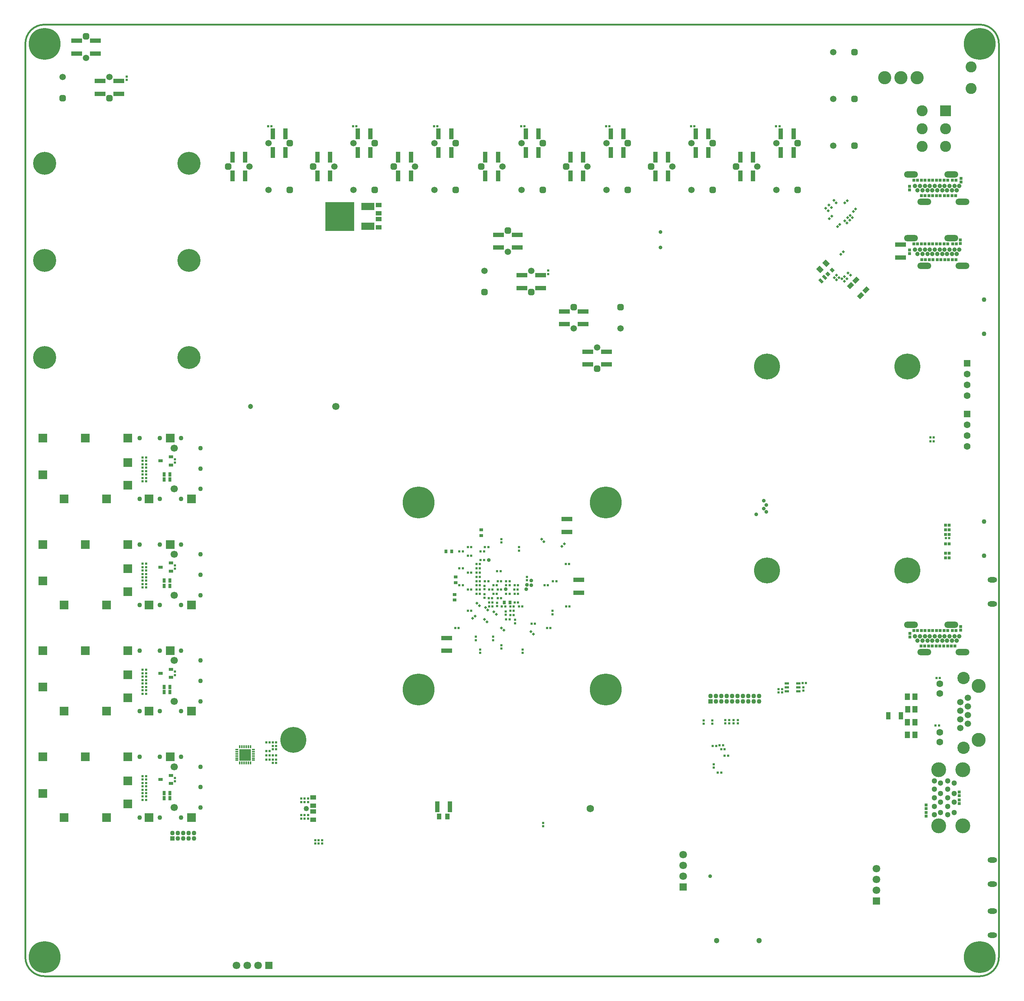
<source format=gbs>
G04*
G04 #@! TF.GenerationSoftware,Altium Limited,Altium Designer,22.10.1 (41)*
G04*
G04 Layer_Color=16711935*
%FSAX44Y44*%
%MOMM*%
G71*
G04*
G04 #@! TF.SameCoordinates,5DDCA6B8-CE55-411C-979C-A3AAA62AB61D*
G04*
G04*
G04 #@! TF.FilePolarity,Negative*
G04*
G01*
G75*
%ADD34R,1.1000X1.1000*%
%ADD125C,0.4500*%
%ADD126R,0.4800X0.5800*%
%ADD134R,0.5800X0.4800*%
%ADD135R,0.7000X0.6500*%
%ADD136R,0.6500X0.7000*%
%ADD138R,1.1000X1.3500*%
%ADD139R,2.6000X1.1000*%
%ADD181R,1.1000X0.6000*%
%ADD189R,1.0500X0.7500*%
%ADD191R,1.3500X1.1000*%
%ADD192R,1.1000X2.6000*%
G04:AMPARAMS|DCode=198|XSize=0.58mm|YSize=0.48mm|CornerRadius=0mm|HoleSize=0mm|Usage=FLASHONLY|Rotation=45.000|XOffset=0mm|YOffset=0mm|HoleType=Round|Shape=Rectangle|*
%AMROTATEDRECTD198*
4,1,4,-0.0354,-0.3748,-0.3748,-0.0354,0.0354,0.3748,0.3748,0.0354,-0.0354,-0.3748,0.0*
%
%ADD198ROTATEDRECTD198*%

G04:AMPARAMS|DCode=199|XSize=0.58mm|YSize=0.48mm|CornerRadius=0mm|HoleSize=0mm|Usage=FLASHONLY|Rotation=135.000|XOffset=0mm|YOffset=0mm|HoleType=Round|Shape=Rectangle|*
%AMROTATEDRECTD199*
4,1,4,0.3748,-0.0354,0.0354,-0.3748,-0.3748,0.0354,-0.0354,0.3748,0.3748,-0.0354,0.0*
%
%ADD199ROTATEDRECTD199*%

%ADD202R,0.9000X0.7300*%
%ADD203R,0.7300X0.9000*%
%ADD209C,0.9000*%
%ADD211C,2.6000*%
%ADD212C,3.1000*%
%ADD213C,1.1000*%
%ADD214O,2.2500X1.3000*%
%ADD215R,0.1000X0.1000*%
%ADD216C,1.5000*%
G04:AMPARAMS|DCode=217|XSize=1.5mm|YSize=1.5mm|CornerRadius=0.4mm|HoleSize=0mm|Usage=FLASHONLY|Rotation=270.000|XOffset=0mm|YOffset=0mm|HoleType=Round|Shape=RoundedRectangle|*
%AMROUNDEDRECTD217*
21,1,1.5000,0.7000,0,0,270.0*
21,1,0.7000,1.5000,0,0,270.0*
1,1,0.8000,-0.3500,-0.3500*
1,1,0.8000,-0.3500,0.3500*
1,1,0.8000,0.3500,0.3500*
1,1,0.8000,0.3500,-0.3500*
%
%ADD217ROUNDEDRECTD217*%
%ADD218C,6.1000*%
%ADD219C,1.7500*%
%ADD220C,1.2500*%
%ADD221C,1.7000*%
%ADD222C,1.2000*%
%ADD223C,1.6000*%
%ADD224C,3.3000*%
%ADD225C,2.9000*%
%ADD226C,1.3000*%
%ADD227C,3.5000*%
%ADD228R,1.8000X1.8000*%
%ADD229C,1.8000*%
%ADD230R,2.6000X2.6000*%
%ADD231R,2.1000X2.1000*%
%ADD232C,7.5000*%
%ADD233C,5.4000*%
%ADD234R,1.6000X1.6000*%
%ADD235O,3.3000X1.5000*%
%ADD236R,0.1000X0.1000*%
%ADD237C,1.0500*%
G04:AMPARAMS|DCode=238|XSize=1.5mm|YSize=1.5mm|CornerRadius=0.4mm|HoleSize=0mm|Usage=FLASHONLY|Rotation=0.000|XOffset=0mm|YOffset=0mm|HoleType=Round|Shape=RoundedRectangle|*
%AMROUNDEDRECTD238*
21,1,1.5000,0.7000,0,0,0.0*
21,1,0.7000,1.5000,0,0,0.0*
1,1,0.8000,0.3500,-0.3500*
1,1,0.8000,-0.3500,-0.3500*
1,1,0.8000,-0.3500,0.3500*
1,1,0.8000,0.3500,0.3500*
%
%ADD238ROUNDEDRECTD238*%
%ADD239R,1.8000X1.8000*%
%ADD304R,1.1000X1.7000*%
G04:AMPARAMS|DCode=305|XSize=1.01mm|YSize=1.32mm|CornerRadius=0mm|HoleSize=0mm|Usage=FLASHONLY|Rotation=315.000|XOffset=0mm|YOffset=0mm|HoleType=Round|Shape=Rectangle|*
%AMROTATEDRECTD305*
4,1,4,-0.8238,-0.1096,0.1096,0.8238,0.8238,0.1096,-0.1096,-0.8238,-0.8238,-0.1096,0.0*
%
%ADD305ROTATEDRECTD305*%

G04:AMPARAMS|DCode=306|XSize=0.65mm|YSize=1.1mm|CornerRadius=0mm|HoleSize=0mm|Usage=FLASHONLY|Rotation=225.000|XOffset=0mm|YOffset=0mm|HoleType=Round|Shape=Rectangle|*
%AMROTATEDRECTD306*
4,1,4,-0.1591,0.6187,0.6187,-0.1591,0.1591,-0.6187,-0.6187,0.1591,-0.1591,0.6187,0.0*
%
%ADD306ROTATEDRECTD306*%

%ADD307R,0.7500X1.0000*%
%ADD308R,1.2000X1.5000*%
%ADD309R,0.3500X0.7000*%
%ADD310R,0.7000X0.3500*%
%ADD311R,2.8000X2.8000*%
%ADD312R,6.8000X6.8000*%
%ADD313R,3.1000X1.7000*%
G04:AMPARAMS|DCode=314|XSize=0.9mm|YSize=0.73mm|CornerRadius=0mm|HoleSize=0mm|Usage=FLASHONLY|Rotation=315.000|XOffset=0mm|YOffset=0mm|HoleType=Round|Shape=Rectangle|*
%AMROTATEDRECTD314*
4,1,4,-0.5763,0.0601,-0.0601,0.5763,0.5763,-0.0601,0.0601,-0.5763,-0.5763,0.0601,0.0*
%
%ADD314ROTATEDRECTD314*%

G04:AMPARAMS|DCode=315|XSize=1.1mm|YSize=1.35mm|CornerRadius=0mm|HoleSize=0mm|Usage=FLASHONLY|Rotation=225.000|XOffset=0mm|YOffset=0mm|HoleType=Round|Shape=Rectangle|*
%AMROTATEDRECTD315*
4,1,4,-0.0884,0.8662,0.8662,-0.0884,0.0884,-0.8662,-0.8662,0.0884,-0.0884,0.8662,0.0*
%
%ADD315ROTATEDRECTD315*%

D34*
X01616850Y00651650D02*
D03*
X00350900Y00329300D02*
D03*
D125*
X02250001Y00004997D02*
G03*
X02294996Y00049992I00000000J00044995D01*
G01*
X00005002Y00050003D02*
G03*
X00005005Y00050000I00000003J00000000D01*
G01*
X00005004Y01349739D02*
G03*
X00005005Y01349739I00000001J00000001D01*
G01*
X02294995Y02200000D02*
G03*
X02250000Y02244996I-00044995J00000000D01*
G01*
X00050000D02*
G03*
X00005005Y02200000I00000000J-00044995D01*
G01*
Y00050000D02*
G03*
X00050000Y00005005I00044995J00000000D01*
G01*
X00050000Y00005000D02*
X02249997D01*
X00005004Y00219739D02*
X00005005Y02200000D01*
X02294996Y00049992D02*
Y00050261D01*
X02295000Y02200262D01*
X00005002Y00050003D02*
Y00219739D01*
X00049742Y02244996D02*
X02249739D01*
X02249997Y00005000D02*
X02250001Y00004997D01*
D126*
X02170050Y01036000D02*
D03*
X02177950D02*
D03*
X01226050Y00925000D02*
D03*
X01233950D02*
D03*
X01840950Y00695000D02*
D03*
X01833050Y00695000D02*
D03*
X00966050Y02006000D02*
D03*
X00973950D02*
D03*
X00576050Y02006000D02*
D03*
X00583950D02*
D03*
X00579950Y00515000D02*
D03*
X00572050Y00515000D02*
D03*
X01784950Y00681000D02*
D03*
X01777050Y00681000D02*
D03*
X01784950Y00673000D02*
D03*
X01777050D02*
D03*
X02146050Y00595000D02*
D03*
X02153950D02*
D03*
X02148050Y00707000D02*
D03*
X02155950D02*
D03*
X01106050Y00925000D02*
D03*
X01113950D02*
D03*
X01143950Y00925000D02*
D03*
X01136050D02*
D03*
X01163950D02*
D03*
X01156050D02*
D03*
X01116050Y00915000D02*
D03*
X01123950Y00915000D02*
D03*
X01093950Y00935000D02*
D03*
X01086050D02*
D03*
X01116050Y00935000D02*
D03*
X01123950D02*
D03*
X01096050Y00915000D02*
D03*
X01103950D02*
D03*
X01143950Y00905000D02*
D03*
X01136050D02*
D03*
X01136050Y00935000D02*
D03*
X01143950D02*
D03*
X01153950Y00875000D02*
D03*
X01146050D02*
D03*
X01106050Y00905000D02*
D03*
X01113950D02*
D03*
X01163950Y00905000D02*
D03*
X01156050D02*
D03*
Y00885000D02*
D03*
X01163950D02*
D03*
X01155050Y00915000D02*
D03*
X01162950D02*
D03*
X01146050Y00865000D02*
D03*
X01153950D02*
D03*
X01096050Y00875000D02*
D03*
X01103950D02*
D03*
X01095050Y00895000D02*
D03*
X01102950D02*
D03*
X01133950Y00875000D02*
D03*
X01126050Y00875000D02*
D03*
X01116050Y00895000D02*
D03*
X01123950Y00895000D02*
D03*
X01103950Y00885000D02*
D03*
X01096050D02*
D03*
X01066050Y00965000D02*
D03*
X01073950D02*
D03*
X01083950Y00985000D02*
D03*
X01076050D02*
D03*
X01073950Y00915000D02*
D03*
X01066050D02*
D03*
X01016050Y00825000D02*
D03*
X01023950D02*
D03*
X01122950Y00958000D02*
D03*
X01115050D02*
D03*
X01086050Y01015000D02*
D03*
X01093950D02*
D03*
X01166050Y00875000D02*
D03*
X01173950D02*
D03*
X01246050Y00935000D02*
D03*
X01253950D02*
D03*
X01284950Y00875000D02*
D03*
X01277050D02*
D03*
X01239950Y00825000D02*
D03*
X01232050D02*
D03*
X01283950Y00975000D02*
D03*
X01276050D02*
D03*
X02141950Y01264000D02*
D03*
X00783950Y02006000D02*
D03*
X01178950Y02006000D02*
D03*
X01778950D02*
D03*
X01578950D02*
D03*
X01378950D02*
D03*
X01136050Y00845000D02*
D03*
X01203950Y00835000D02*
D03*
X01053950Y00955000D02*
D03*
X01066050Y00905000D02*
D03*
X01053950Y00915000D02*
D03*
X01026050Y00925000D02*
D03*
X01053950Y01015000D02*
D03*
X01026050Y00965000D02*
D03*
Y01005000D02*
D03*
X01066050Y00945000D02*
D03*
X01053950Y00995000D02*
D03*
X01066050Y00925000D02*
D03*
X01083950Y01005000D02*
D03*
X00572050Y00525000D02*
D03*
Y00555000D02*
D03*
X00579950Y00535000D02*
D03*
X01629950Y00547000D02*
D03*
X01638050Y00549000D02*
D03*
X01650050Y00524000D02*
D03*
X01649950Y00539000D02*
D03*
X01641950Y00484000D02*
D03*
X01073950Y00905000D02*
D03*
X00594950Y00555000D02*
D03*
Y00515000D02*
D03*
X00594950Y00525000D02*
D03*
X00594950Y00507000D02*
D03*
X00594950Y00547000D02*
D03*
Y00539000D02*
D03*
X00572050Y00535000D02*
D03*
X01645950Y00549000D02*
D03*
X01634050Y00484000D02*
D03*
X02141950Y01273000D02*
D03*
X00281050Y00428000D02*
D03*
Y00420000D02*
D03*
Y00436000D02*
D03*
Y00444000D02*
D03*
Y00452000D02*
D03*
Y00460000D02*
D03*
Y00468000D02*
D03*
Y00476000D02*
D03*
Y00726000D02*
D03*
Y00694000D02*
D03*
Y00702000D02*
D03*
Y00710000D02*
D03*
Y00686000D02*
D03*
Y00678000D02*
D03*
Y00718000D02*
D03*
Y00670000D02*
D03*
Y00928000D02*
D03*
Y00944000D02*
D03*
Y00920000D02*
D03*
Y00976000D02*
D03*
Y00952000D02*
D03*
Y00936000D02*
D03*
Y00960000D02*
D03*
Y00968000D02*
D03*
Y01178000D02*
D03*
Y01194000D02*
D03*
Y01186000D02*
D03*
Y01170000D02*
D03*
Y01226000D02*
D03*
Y01210000D02*
D03*
Y01218000D02*
D03*
Y01202000D02*
D03*
X01657950Y00524000D02*
D03*
X01642050Y00539000D02*
D03*
X01073950Y00945000D02*
D03*
X01076050Y01005000D02*
D03*
X01073950Y00925000D02*
D03*
X01046050Y00955000D02*
D03*
Y01015000D02*
D03*
X01033950Y00925000D02*
D03*
Y00965000D02*
D03*
X01046050Y00995000D02*
D03*
X01033950Y01005000D02*
D03*
X01046050Y00915000D02*
D03*
X00579950Y00525000D02*
D03*
X00587050Y00515000D02*
D03*
X00587050Y00507000D02*
D03*
Y00547000D02*
D03*
X00579950Y00555000D02*
D03*
X00587050Y00539000D02*
D03*
X00587050Y00525000D02*
D03*
X00587050Y00555000D02*
D03*
X01073950Y00955000D02*
D03*
X01066050D02*
D03*
X01073950Y00975000D02*
D03*
X01066050Y00975000D02*
D03*
X01073950Y00935000D02*
D03*
X01066050D02*
D03*
X01622050Y00547000D02*
D03*
X00288950Y01202000D02*
D03*
Y01218000D02*
D03*
Y01210000D02*
D03*
Y01226000D02*
D03*
Y01170000D02*
D03*
Y01186000D02*
D03*
Y01194000D02*
D03*
Y01178000D02*
D03*
Y00968000D02*
D03*
Y00960000D02*
D03*
Y00936000D02*
D03*
Y00952000D02*
D03*
Y00976000D02*
D03*
Y00920000D02*
D03*
Y00944000D02*
D03*
Y00928000D02*
D03*
Y00670000D02*
D03*
Y00718000D02*
D03*
Y00678000D02*
D03*
Y00686000D02*
D03*
Y00710000D02*
D03*
Y00702000D02*
D03*
Y00694000D02*
D03*
Y00726000D02*
D03*
Y00476000D02*
D03*
Y00468000D02*
D03*
Y00460000D02*
D03*
Y00452000D02*
D03*
Y00444000D02*
D03*
Y00436000D02*
D03*
Y00420000D02*
D03*
Y00428000D02*
D03*
X01196050Y00835000D02*
D03*
X01146050Y00855000D02*
D03*
X01153950D02*
D03*
X01143950Y00845000D02*
D03*
X01053950Y00865000D02*
D03*
X01046050D02*
D03*
X01371050Y02006000D02*
D03*
X01571050Y02006000D02*
D03*
X01771050D02*
D03*
X01171050Y02006000D02*
D03*
X00776050D02*
D03*
X02134050Y01264000D02*
D03*
X02134050Y01273000D02*
D03*
D134*
X01621000Y00606950D02*
D03*
X01621000Y00599050D02*
D03*
X01671000Y00607950D02*
D03*
Y00600050D02*
D03*
X01661000Y00607950D02*
D03*
Y00600050D02*
D03*
X01601000Y00606950D02*
D03*
X01601000Y00599050D02*
D03*
X01651000Y00607950D02*
D03*
X01651000Y00600050D02*
D03*
X01681000Y00607950D02*
D03*
Y00600050D02*
D03*
X01835000Y00677050D02*
D03*
Y00684950D02*
D03*
X00654000Y00422950D02*
D03*
Y00415050D02*
D03*
Y00383950D02*
D03*
Y00376050D02*
D03*
X01115000Y00876050D02*
D03*
X01115000Y00883950D02*
D03*
X01175000Y00766050D02*
D03*
Y00773950D02*
D03*
X01157000Y00843950D02*
D03*
Y00836050D02*
D03*
X01075000Y00766050D02*
D03*
Y00773950D02*
D03*
X01065000Y00796050D02*
D03*
Y00803950D02*
D03*
X01185000Y00937050D02*
D03*
Y00944950D02*
D03*
X01166000Y01014950D02*
D03*
Y01007050D02*
D03*
X01125000Y01033950D02*
D03*
Y01026050D02*
D03*
X01245000Y00857050D02*
D03*
Y00864950D02*
D03*
X01085000Y00903950D02*
D03*
Y00896050D02*
D03*
X01085000Y00916050D02*
D03*
X01085000Y00923950D02*
D03*
X00243000Y02115050D02*
D03*
X01135000Y00863950D02*
D03*
X01235000Y01658050D02*
D03*
X01125000Y00776050D02*
D03*
X00357000Y00464050D02*
D03*
X00357000Y00714050D02*
D03*
Y00964050D02*
D03*
Y01214050D02*
D03*
X00670000Y00422950D02*
D03*
X00662000D02*
D03*
X01223000Y00358050D02*
D03*
X01624000Y00503950D02*
D03*
Y00496050D02*
D03*
X00687000Y00317050D02*
D03*
X00695000Y00317050D02*
D03*
X01105000Y00803950D02*
D03*
X01105000Y00796050D02*
D03*
X00703000Y00324950D02*
D03*
Y00317050D02*
D03*
X01223000Y00365950D02*
D03*
X00687000Y00324950D02*
D03*
X00695000D02*
D03*
X00670000Y00415050D02*
D03*
X00662000D02*
D03*
X00670000Y00383950D02*
D03*
Y00376050D02*
D03*
X00662000Y00383950D02*
D03*
Y00376050D02*
D03*
X00357000Y01221950D02*
D03*
Y00971950D02*
D03*
Y00721950D02*
D03*
X00357000Y00471950D02*
D03*
X01125000Y00783950D02*
D03*
X01235000Y01665950D02*
D03*
X01135000Y00856050D02*
D03*
X00243000Y02122950D02*
D03*
D135*
X02169750Y00990000D02*
D03*
X02178250D02*
D03*
X02169750Y01001000D02*
D03*
X02178250D02*
D03*
X02169750Y01023000D02*
D03*
X02178250D02*
D03*
X02169750Y01045000D02*
D03*
X02178250D02*
D03*
X02169750Y01056000D02*
D03*
X02178250D02*
D03*
X02169750Y01067000D02*
D03*
X02178250D02*
D03*
X02094750Y01729000D02*
D03*
X02103250D02*
D03*
X02175000Y00819000D02*
D03*
X02191250Y00782000D02*
D03*
X02165750Y00782000D02*
D03*
X02148750Y00819000D02*
D03*
X02103250Y00819000D02*
D03*
X02120250Y00782000D02*
D03*
X02112750Y00819000D02*
D03*
X02185750Y00819000D02*
D03*
X02156250Y00782000D02*
D03*
X02129750D02*
D03*
X02139250Y00819000D02*
D03*
X02103250Y01879000D02*
D03*
X02121500Y01842000D02*
D03*
X02112750Y01879000D02*
D03*
X02139250D02*
D03*
X02130750Y01842000D02*
D03*
X02157250D02*
D03*
X02148750Y01879000D02*
D03*
X02175000Y01879000D02*
D03*
X02166750Y01842000D02*
D03*
X02193250D02*
D03*
X02185750Y01879000D02*
D03*
X02112750Y01729000D02*
D03*
X02139250D02*
D03*
X02122250Y01692000D02*
D03*
X02131750D02*
D03*
X02186750Y01729000D02*
D03*
X02194250Y01692000D02*
D03*
X02175000Y01729000D02*
D03*
X02167750Y01692000D02*
D03*
X02158250D02*
D03*
X02148750Y01729000D02*
D03*
X02194250Y01879000D02*
D03*
X02184750Y01842000D02*
D03*
X02130750Y01879000D02*
D03*
X02113000Y01842000D02*
D03*
X02121250Y01879000D02*
D03*
X02094750D02*
D03*
X02148750Y01842000D02*
D03*
X02139250D02*
D03*
X02175250D02*
D03*
X02166500Y01879000D02*
D03*
X02157250Y01879000D02*
D03*
Y01729000D02*
D03*
X02149750Y01692000D02*
D03*
X02176250D02*
D03*
X02166500Y01729000D02*
D03*
X02121250Y01729000D02*
D03*
X02140250Y01692000D02*
D03*
X02113750D02*
D03*
X02130750Y01729000D02*
D03*
X02185750Y01692000D02*
D03*
X02195250Y01729000D02*
D03*
X02130750Y00819000D02*
D03*
X02138250Y00782000D02*
D03*
X02147750D02*
D03*
X02194250Y00819000D02*
D03*
X02121250Y00819000D02*
D03*
X02111750Y00782000D02*
D03*
X02094750Y00819000D02*
D03*
X02157250Y00819000D02*
D03*
X02174250Y00782000D02*
D03*
X02182750Y00782000D02*
D03*
X02166500Y00819000D02*
D03*
D136*
X02205000Y00828250D02*
D03*
X02086000Y00812000D02*
D03*
X02124000Y00381750D02*
D03*
X02124000Y00408250D02*
D03*
X02202000Y00438250D02*
D03*
Y00411750D02*
D03*
X02085000Y01864250D02*
D03*
X02206000Y01874750D02*
D03*
X02085000Y01714250D02*
D03*
X02204000Y01738250D02*
D03*
X02085000Y01705750D02*
D03*
X02206000Y01883250D02*
D03*
X02085000Y01855750D02*
D03*
X02204000Y01729750D02*
D03*
X02202000Y00420250D02*
D03*
Y00429750D02*
D03*
X02124000Y00399750D02*
D03*
X02124000Y00390250D02*
D03*
X02086000Y00803500D02*
D03*
X02205000Y00819750D02*
D03*
D138*
X00998000Y00380998D02*
D03*
X00978000D02*
D03*
D139*
X01118000Y01750000D02*
D03*
Y01720000D02*
D03*
X01217000Y01625000D02*
D03*
X01217000Y01655000D02*
D03*
X01273000Y01570000D02*
D03*
Y01540000D02*
D03*
X01328000Y01445000D02*
D03*
Y01475000D02*
D03*
X01162000Y01750000D02*
D03*
X01162000Y01720000D02*
D03*
X01173000Y01625000D02*
D03*
Y01655000D02*
D03*
X01317000Y01570000D02*
D03*
Y01540000D02*
D03*
X01372000Y01445000D02*
D03*
Y01475000D02*
D03*
X00996000Y00801000D02*
D03*
Y00771000D02*
D03*
X01279000Y01081000D02*
D03*
Y01051000D02*
D03*
X01307000Y00908000D02*
D03*
Y00938000D02*
D03*
X00181000Y02112000D02*
D03*
X00225000D02*
D03*
X00126000Y02177000D02*
D03*
X00170000D02*
D03*
X02064000Y01727000D02*
D03*
Y01697000D02*
D03*
X00181000Y02082000D02*
D03*
X00225000Y02082000D02*
D03*
X00126000Y02207000D02*
D03*
X00170000D02*
D03*
D181*
X01796150Y00675500D02*
D03*
Y00694500D02*
D03*
X01823150Y00694500D02*
D03*
X01823150Y00675500D02*
D03*
X01823150Y00685000D02*
D03*
X01796150Y00685000D02*
D03*
D189*
X00347350Y00458500D02*
D03*
Y00708500D02*
D03*
Y00958500D02*
D03*
Y01208500D02*
D03*
Y01227500D02*
D03*
X00322650Y01218000D02*
D03*
X00347350Y00977500D02*
D03*
X00322650Y00968000D02*
D03*
X00347350Y00727500D02*
D03*
X00322650Y00718000D02*
D03*
X00347350Y00477500D02*
D03*
X00322650Y00468000D02*
D03*
D191*
X00835999Y01767500D02*
D03*
X00835999Y01787500D02*
D03*
X00836002Y01820500D02*
D03*
X00836002Y01800500D02*
D03*
X00681998Y00426000D02*
D03*
Y00393000D02*
D03*
Y00373000D02*
D03*
Y00406000D02*
D03*
D192*
X00974000Y00404000D02*
D03*
X01004000D02*
D03*
X00882000Y01933000D02*
D03*
X00912000Y01933000D02*
D03*
X00882000Y01889000D02*
D03*
X00912000D02*
D03*
X01007000Y01944000D02*
D03*
X00977000Y01944000D02*
D03*
X01007000Y01988000D02*
D03*
X00977000Y01988000D02*
D03*
X00617000Y01988000D02*
D03*
X00587000D02*
D03*
X00492000Y01933000D02*
D03*
X00522000D02*
D03*
X00492000Y01889000D02*
D03*
X00522000D02*
D03*
X00617000Y01944000D02*
D03*
X00587000D02*
D03*
X00722000Y01933000D02*
D03*
Y01889000D02*
D03*
X00787000Y01944000D02*
D03*
Y01988000D02*
D03*
X01117000Y01889000D02*
D03*
X01117000Y01933000D02*
D03*
X01182000Y01988000D02*
D03*
Y01944000D02*
D03*
X01717000Y01889000D02*
D03*
Y01933000D02*
D03*
X01782000Y01944000D02*
D03*
Y01988000D02*
D03*
X01582000Y01944000D02*
D03*
Y01988000D02*
D03*
X01517000Y01933000D02*
D03*
Y01889000D02*
D03*
X01382000Y01944000D02*
D03*
X01382000Y01988000D02*
D03*
X01317000Y01933000D02*
D03*
Y01889000D02*
D03*
X01412000Y01944000D02*
D03*
X01412000Y01988000D02*
D03*
X01812000Y01944000D02*
D03*
Y01988000D02*
D03*
X01612000Y01944000D02*
D03*
Y01988000D02*
D03*
X00692000Y01933000D02*
D03*
Y01889000D02*
D03*
X01087000D02*
D03*
Y01933000D02*
D03*
X01687000Y01889000D02*
D03*
Y01933000D02*
D03*
X01487000D02*
D03*
Y01889000D02*
D03*
X01287000Y01933000D02*
D03*
Y01889000D02*
D03*
X01212000Y01944000D02*
D03*
Y01988000D02*
D03*
X00817000D02*
D03*
Y01944000D02*
D03*
D198*
X01130793Y00819207D02*
D03*
X01125207Y00824793D02*
D03*
X01090793Y00839207D02*
D03*
X01085207Y00844793D02*
D03*
X01199793Y00810207D02*
D03*
X01194207Y00815793D02*
D03*
X01931693Y01640973D02*
D03*
X01926106Y01646559D02*
D03*
X01945835Y01655115D02*
D03*
X01940249Y01660701D02*
D03*
X01937349Y01646630D02*
D03*
X01931763Y01652216D02*
D03*
X01937713Y01777751D02*
D03*
X01932127Y01783337D02*
D03*
X01950441Y01790479D02*
D03*
X01944855Y01796065D02*
D03*
X01944785Y01784822D02*
D03*
X01939198Y01790408D02*
D03*
X01895358Y01820107D02*
D03*
X01900944Y01814521D02*
D03*
X01906707Y01831385D02*
D03*
X01912293Y01825799D02*
D03*
X01887580Y01812328D02*
D03*
X01893166Y01806742D02*
D03*
X01219207Y01033793D02*
D03*
X01224793Y01028207D02*
D03*
X01067207Y00882793D02*
D03*
X01072793Y00877207D02*
D03*
X01092793Y00867207D02*
D03*
X01087207Y00872793D02*
D03*
X01107207Y00862793D02*
D03*
X01112793Y00857207D02*
D03*
D199*
X01913379Y01643801D02*
D03*
X01918965Y01649387D02*
D03*
X01907722Y01649458D02*
D03*
X01913308Y01655044D02*
D03*
X01928864Y01710199D02*
D03*
X01923278Y01704612D02*
D03*
X01958220Y01810914D02*
D03*
X01952634Y01805328D02*
D03*
X01938421Y01830713D02*
D03*
X01932834Y01825127D02*
D03*
X01915207Y01769207D02*
D03*
X01920793Y01774793D02*
D03*
X01896065Y01788358D02*
D03*
X01901651Y01793944D02*
D03*
X01272793Y01022793D02*
D03*
X01267207Y01017207D02*
D03*
X01062793Y00852793D02*
D03*
X01057207Y00847207D02*
D03*
D202*
X01015000Y00890250D02*
D03*
Y00903750D02*
D03*
X01017000Y00944750D02*
D03*
Y00931250D02*
D03*
X01077000Y01055750D02*
D03*
Y01042250D02*
D03*
D203*
X01131250Y00885000D02*
D03*
X01144750D02*
D03*
X00994250Y01005000D02*
D03*
X01007750D02*
D03*
D209*
X01135000Y00916000D02*
D03*
X01183000D02*
D03*
X01195000Y00925000D02*
D03*
X01195000Y00936000D02*
D03*
X01185000Y00926000D02*
D03*
X01095000Y00985000D02*
D03*
X01499300Y01756500D02*
D03*
Y01720500D02*
D03*
X01616000Y00240000D02*
D03*
X01748000Y01114000D02*
D03*
X01742000Y01124000D02*
D03*
X01724000Y01092000D02*
D03*
X01748000Y01098000D02*
D03*
X01742000Y01106000D02*
D03*
D211*
X02230000Y02094600D02*
D03*
Y02145400D02*
D03*
X02169500Y02000000D02*
D03*
X02114500Y02042000D02*
D03*
Y02000000D02*
D03*
Y01958000D02*
D03*
X02169500D02*
D03*
D212*
X02026800Y02120000D02*
D03*
X02103000D02*
D03*
X02064900D02*
D03*
D213*
X02260000Y01075000D02*
D03*
X02260000Y00995000D02*
D03*
X02260000Y01517500D02*
D03*
Y01597500D02*
D03*
X00417000Y01152000D02*
D03*
Y01248000D02*
D03*
X00321000Y01271300D02*
D03*
X00417000Y01200000D02*
D03*
X00371000Y01271300D02*
D03*
Y01128700D02*
D03*
X00321000D02*
D03*
X00274000D02*
D03*
X00274000Y01271300D02*
D03*
X01718450Y00664350D02*
D03*
X01731150D02*
D03*
X01718450Y00651650D02*
D03*
X01731150Y00651650D02*
D03*
X01654950Y00651650D02*
D03*
X01642250Y00651650D02*
D03*
X01654950Y00664350D02*
D03*
X01642250D02*
D03*
X01680350Y00651650D02*
D03*
X01667650D02*
D03*
X01680350Y00664350D02*
D03*
X01693050D02*
D03*
X01705750D02*
D03*
X01693050Y00651650D02*
D03*
X01705750D02*
D03*
X01629550D02*
D03*
X01629550Y00664350D02*
D03*
X01616850Y00664350D02*
D03*
X01667650D02*
D03*
X00350900Y00342000D02*
D03*
X00363600D02*
D03*
X00401700D02*
D03*
X00376300Y00342000D02*
D03*
X00389000Y00342000D02*
D03*
X00401700Y00329300D02*
D03*
X00376300Y00329300D02*
D03*
X00389000Y00329300D02*
D03*
X00363600D02*
D03*
X00274000Y00521300D02*
D03*
X00274000Y00378700D02*
D03*
X00321000Y00378700D02*
D03*
X00371000Y00378700D02*
D03*
X00371000Y00521300D02*
D03*
X00417000Y00450000D02*
D03*
X00321000Y00521300D02*
D03*
X00417000Y00498000D02*
D03*
Y00402000D02*
D03*
X00274000Y00771300D02*
D03*
Y00628700D02*
D03*
X00321000Y00628700D02*
D03*
X00371000Y00628700D02*
D03*
Y00771300D02*
D03*
X00417000Y00700000D02*
D03*
X00321000Y00771300D02*
D03*
X00417000Y00748000D02*
D03*
X00417000Y00652000D02*
D03*
X00274000Y01021300D02*
D03*
X00274000Y00878700D02*
D03*
X00321000D02*
D03*
X00371000D02*
D03*
Y01021300D02*
D03*
X00417000Y00950000D02*
D03*
X00321000Y01021300D02*
D03*
X00417000Y00998000D02*
D03*
Y00902000D02*
D03*
D214*
X02280000Y00938250D02*
D03*
Y00881750D02*
D03*
Y00158250D02*
D03*
Y00101750D02*
D03*
Y00221750D02*
D03*
Y00278250D02*
D03*
D215*
X02257000Y00930000D02*
D03*
Y00890000D02*
D03*
Y00110000D02*
D03*
Y00150000D02*
D03*
X02242300Y01371900D02*
D03*
Y01251900D02*
D03*
X02257000Y00270000D02*
D03*
Y00230000D02*
D03*
D216*
X01350000Y01485000D02*
D03*
X02204300Y00589300D02*
D03*
X02222100Y00599500D02*
D03*
X02204300Y00609700D02*
D03*
X02222100Y00619900D02*
D03*
X02204300Y00630100D02*
D03*
X02222100Y00640300D02*
D03*
X02204300Y00650500D02*
D03*
X02222100Y00660700D02*
D03*
X00967000Y01966000D02*
D03*
X00967000Y01856000D02*
D03*
X00732000Y01911000D02*
D03*
X00777000Y01856000D02*
D03*
Y01966000D02*
D03*
X00532000Y01911000D02*
D03*
X00577000Y01856000D02*
D03*
X00577000Y01966000D02*
D03*
X01195000Y01665000D02*
D03*
X01295000Y01530000D02*
D03*
X01140000Y01710000D02*
D03*
X01085000Y01665000D02*
D03*
X01405000Y01530000D02*
D03*
X01572000Y01856000D02*
D03*
X01527000Y01911000D02*
D03*
X01772000Y01966000D02*
D03*
X01727000Y01911000D02*
D03*
X01172000Y01966000D02*
D03*
X01127000Y01911000D02*
D03*
X00922000D02*
D03*
X01572000Y01966000D02*
D03*
X01772000Y01856000D02*
D03*
X01172000Y01856000D02*
D03*
X01372000D02*
D03*
X01327000Y01911000D02*
D03*
X00203000Y02122000D02*
D03*
X00148000Y02167000D02*
D03*
X01372000Y01966000D02*
D03*
X00093000Y02122000D02*
D03*
X01905000Y02180000D02*
D03*
X01905000Y02070000D02*
D03*
Y01960000D02*
D03*
D217*
X01350000Y01435000D02*
D03*
X01195000Y01615000D02*
D03*
X01295000Y01580000D02*
D03*
X01140000Y01760000D02*
D03*
X01085000Y01615000D02*
D03*
X01405000Y01580000D02*
D03*
X00203000Y02072000D02*
D03*
X00093000Y02072000D02*
D03*
X00148000Y02217000D02*
D03*
D218*
X00635000Y00561000D02*
D03*
X02080000Y01440000D02*
D03*
X01750000Y01440000D02*
D03*
Y00960000D02*
D03*
X02080000Y00960000D02*
D03*
D219*
X01334000Y00400000D02*
D03*
D220*
X00666000D02*
D03*
D221*
X00355000Y01248000D02*
D03*
Y01152000D02*
D03*
X00735000Y01346000D02*
D03*
X00355000Y00402000D02*
D03*
Y00498000D02*
D03*
Y00902000D02*
D03*
Y00998000D02*
D03*
Y00652000D02*
D03*
Y00748000D02*
D03*
D222*
X00535000Y01346000D02*
D03*
D223*
X02156300Y00579300D02*
D03*
Y00670700D02*
D03*
Y00556400D02*
D03*
Y00693600D02*
D03*
X02220000Y01422700D02*
D03*
Y01397300D02*
D03*
Y01371900D02*
D03*
Y01251900D02*
D03*
Y01277300D02*
D03*
Y01302700D02*
D03*
D224*
X02247500Y00688500D02*
D03*
Y00561500D02*
D03*
D225*
X02211900Y00543000D02*
D03*
Y00707000D02*
D03*
D226*
X02190000Y00390000D02*
D03*
Y00415000D02*
D03*
Y00435000D02*
D03*
X02175000Y00465000D02*
D03*
X02175000Y00445000D02*
D03*
Y00405000D02*
D03*
Y00385000D02*
D03*
X02158000Y00390000D02*
D03*
Y00415000D02*
D03*
Y00435000D02*
D03*
X02143000Y00465000D02*
D03*
Y00445000D02*
D03*
Y00405000D02*
D03*
Y00385000D02*
D03*
Y00425000D02*
D03*
X02158000Y00460000D02*
D03*
X02175000Y00425000D02*
D03*
X02190000Y00460000D02*
D03*
X01731000Y00089000D02*
D03*
X01631000D02*
D03*
D227*
X02210000Y00359300D02*
D03*
Y00490700D02*
D03*
X02153200Y00359300D02*
D03*
Y00490700D02*
D03*
D228*
X00578100Y00030050D02*
D03*
D229*
X00552700D02*
D03*
X00527300D02*
D03*
X00501900D02*
D03*
X01552000Y00290900D02*
D03*
X02007000Y00258100D02*
D03*
Y00207300D02*
D03*
Y00232700D02*
D03*
X01552000Y00240100D02*
D03*
Y00265500D02*
D03*
D230*
X02169500Y02042000D02*
D03*
D231*
X00096000Y01128700D02*
D03*
X00196000D02*
D03*
X00296000D02*
D03*
X00396000D02*
D03*
X00046000Y01185500D02*
D03*
Y01271300D02*
D03*
X00146000D02*
D03*
X00246000Y01214500D02*
D03*
X00246000Y01160500D02*
D03*
X00246000Y01271300D02*
D03*
X00346000D02*
D03*
X00346000Y00521300D02*
D03*
X00246000D02*
D03*
X00246000Y00410500D02*
D03*
X00246000Y00464500D02*
D03*
X00146000Y00521300D02*
D03*
X00046000Y00521300D02*
D03*
X00046000Y00435500D02*
D03*
X00396000Y00378700D02*
D03*
X00296000D02*
D03*
X00196000D02*
D03*
X00096000D02*
D03*
X00346000Y01021300D02*
D03*
X00246000D02*
D03*
X00246000Y00910500D02*
D03*
X00246000Y00964500D02*
D03*
X00146000Y01021300D02*
D03*
X00046000D02*
D03*
Y00935500D02*
D03*
X00396000Y00878700D02*
D03*
X00296000D02*
D03*
X00196000D02*
D03*
X00096000D02*
D03*
X00346000Y00771300D02*
D03*
X00246000D02*
D03*
Y00660500D02*
D03*
Y00714500D02*
D03*
X00146000Y00771300D02*
D03*
X00046000Y00771300D02*
D03*
X00046000Y00685500D02*
D03*
X00396000Y00628700D02*
D03*
X00296000D02*
D03*
X00196000D02*
D03*
X00096000D02*
D03*
D232*
X00050000Y00050000D02*
D03*
X00930000Y00680000D02*
D03*
X01370000Y01120000D02*
D03*
X00930000D02*
D03*
X01370000Y00680000D02*
D03*
X02250000Y02200000D02*
D03*
X00050000D02*
D03*
X02250000Y00050000D02*
D03*
D233*
X00050000Y01918600D02*
D03*
X00390000D02*
D03*
X00050000Y01690000D02*
D03*
Y01461400D02*
D03*
X00390000D02*
D03*
Y01690000D02*
D03*
D234*
X02220000Y01448100D02*
D03*
Y01328100D02*
D03*
D235*
X02209480Y01677500D02*
D03*
X02119480D02*
D03*
X02183480Y01742500D02*
D03*
X02088480Y01742500D02*
D03*
X02088480Y00832500D02*
D03*
X02183480D02*
D03*
X02119480Y00767500D02*
D03*
X02209480Y00767500D02*
D03*
X02088480Y01892500D02*
D03*
X02183480Y01892500D02*
D03*
X02119480Y01827500D02*
D03*
X02209480D02*
D03*
D236*
X02088480Y01690000D02*
D03*
X02220980Y01725000D02*
D03*
Y00815000D02*
D03*
X02088480Y00780000D02*
D03*
X02220980Y01875000D02*
D03*
X02088480Y01840000D02*
D03*
D237*
X02201980Y01715000D02*
D03*
X02196200Y01705000D02*
D03*
X02190430Y01715000D02*
D03*
X02184650Y01705000D02*
D03*
X02178880Y01715000D02*
D03*
X02173100Y01705000D02*
D03*
X02167330Y01715000D02*
D03*
X02161550Y01705000D02*
D03*
X02155780Y01715000D02*
D03*
X02150000Y01705000D02*
D03*
X02144220Y01715000D02*
D03*
X02138450Y01705000D02*
D03*
X02132670Y01715000D02*
D03*
X02126900Y01705000D02*
D03*
X02121120Y01715000D02*
D03*
X02115350Y01705000D02*
D03*
X02109570Y01715000D02*
D03*
X02103800Y01705000D02*
D03*
X02098020Y01715000D02*
D03*
Y00805000D02*
D03*
X02103800Y00795000D02*
D03*
X02109570Y00805000D02*
D03*
X02115350Y00795000D02*
D03*
X02121120Y00805000D02*
D03*
X02126900Y00795000D02*
D03*
X02132670Y00805000D02*
D03*
X02138450Y00795000D02*
D03*
X02144220Y00805000D02*
D03*
X02150000Y00795000D02*
D03*
X02155780Y00805000D02*
D03*
X02161550Y00795000D02*
D03*
X02167330Y00805000D02*
D03*
X02173100Y00795000D02*
D03*
X02178880Y00805000D02*
D03*
X02184650Y00795000D02*
D03*
X02190430Y00805000D02*
D03*
X02196200Y00795000D02*
D03*
X02201980Y00805000D02*
D03*
X02098020Y01865000D02*
D03*
X02103800Y01855000D02*
D03*
X02109570Y01865000D02*
D03*
X02115350Y01855000D02*
D03*
X02121120Y01865000D02*
D03*
X02126900Y01855000D02*
D03*
X02132670Y01865000D02*
D03*
X02138450Y01855000D02*
D03*
X02144220Y01865000D02*
D03*
X02150000Y01855000D02*
D03*
X02155780Y01865000D02*
D03*
X02161550Y01855000D02*
D03*
X02167330Y01865000D02*
D03*
X02173100Y01855000D02*
D03*
X02178880Y01865000D02*
D03*
X02184650Y01855000D02*
D03*
X02190430Y01865000D02*
D03*
X02196200Y01855000D02*
D03*
X02201980Y01865000D02*
D03*
D238*
X01017000Y01966000D02*
D03*
X01017000Y01856000D02*
D03*
X00682000Y01911000D02*
D03*
X00827000Y01856000D02*
D03*
X00827000Y01966000D02*
D03*
X00482000Y01911000D02*
D03*
X00627000Y01856000D02*
D03*
Y01966000D02*
D03*
X01422000Y01856000D02*
D03*
Y01966000D02*
D03*
X01822000Y01966000D02*
D03*
Y01856000D02*
D03*
X01622000D02*
D03*
X01622000Y01966000D02*
D03*
X01477000Y01911000D02*
D03*
X01677000D02*
D03*
X01077000Y01911000D02*
D03*
X00872000D02*
D03*
X01277000D02*
D03*
X01955000Y02180000D02*
D03*
Y02070000D02*
D03*
X01955000Y01960000D02*
D03*
X01222000Y01856000D02*
D03*
X01222000Y01966000D02*
D03*
D239*
X02007000Y00181900D02*
D03*
X01552000Y00214700D02*
D03*
D304*
X02065000Y00618000D02*
D03*
X02035000D02*
D03*
D305*
X01969558Y01607350D02*
D03*
X01946224Y01630685D02*
D03*
X01958952Y01643412D02*
D03*
X01982286Y01620078D02*
D03*
D306*
X01876581Y01641581D02*
D03*
X01885419Y01650419D02*
D03*
D307*
X00331250Y01174000D02*
D03*
X00344750D02*
D03*
Y00436000D02*
D03*
Y00424000D02*
D03*
Y00674000D02*
D03*
Y00686000D02*
D03*
Y00924000D02*
D03*
Y00936000D02*
D03*
Y01186000D02*
D03*
X00331250D02*
D03*
Y00936000D02*
D03*
Y00924000D02*
D03*
Y00686000D02*
D03*
Y00674000D02*
D03*
Y00424000D02*
D03*
Y00436000D02*
D03*
D308*
X02097750Y00573000D02*
D03*
X02080250D02*
D03*
Y00663000D02*
D03*
X02097750D02*
D03*
X02080250Y00603000D02*
D03*
X02097750D02*
D03*
X02080500Y00633000D02*
D03*
X02098000D02*
D03*
D309*
X00534500Y00506875D02*
D03*
X00529500D02*
D03*
X00524500Y00506875D02*
D03*
X00519500D02*
D03*
X00514500D02*
D03*
X00509500Y00506875D02*
D03*
Y00545130D02*
D03*
X00514500D02*
D03*
X00519500Y00545130D02*
D03*
X00524500D02*
D03*
X00529500D02*
D03*
X00534500D02*
D03*
D310*
X00502870Y00513500D02*
D03*
Y00518500D02*
D03*
Y00528500D02*
D03*
X00502870Y00533500D02*
D03*
Y00538500D02*
D03*
X00541130D02*
D03*
Y00533500D02*
D03*
X00541130Y00523500D02*
D03*
Y00518500D02*
D03*
Y00513500D02*
D03*
Y00528500D02*
D03*
X00502870Y00523500D02*
D03*
D311*
X00522000Y00526000D02*
D03*
D312*
X00744500Y01793500D02*
D03*
D313*
X00811000Y01770500D02*
D03*
X00811000Y01816500D02*
D03*
D314*
X01893014Y01657378D02*
D03*
X01902560Y01666924D02*
D03*
D315*
X01873930Y01668928D02*
D03*
X01888072Y01683070D02*
D03*
M02*

</source>
